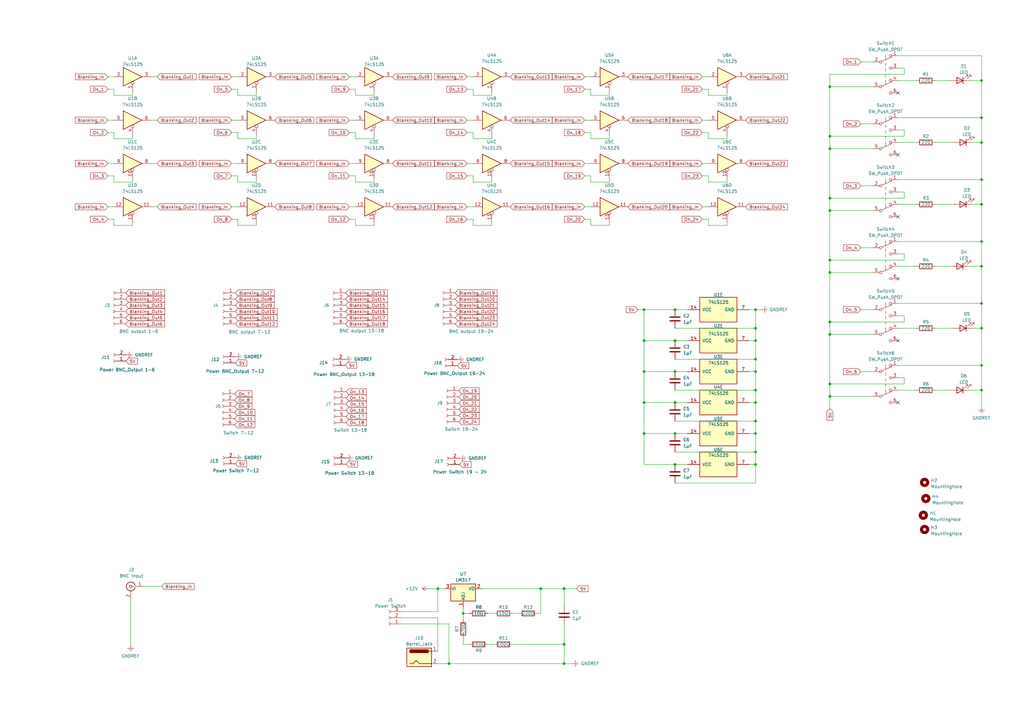
<source format=kicad_sch>
(kicad_sch (version 20230121) (generator eeschema)
  (paper "A3")
  (junction (at 231.394 241.427))
  (junction (at 276.86 127))
  (junction (at 340.36 60.96))
  (junction (at 402.59 134.62))
  (junction (at 340.36 86.36))
  (junction (at 231.394 272.161))
  (junction (at 309.88 172.72))
  (junction (at 402.59 58.42))
  (junction (at 264.16 139.7))
  (junction (at 264.16 152.4))
  (junction (at 309.88 177.8))
  (junction (at 309.88 165.1))
  (junction (at 309.88 190.5))
  (junction (at 402.59 149.86))
  (junction (at 276.86 165.1))
  (junction (at 264.16 165.1))
  (junction (at 264.16 127))
  (junction (at 402.59 48.26))
  (junction (at 264.16 177.8))
  (junction (at 340.36 81.28))
  (junction (at 340.36 162.56))
  (junction (at 221.742 241.427))
  (junction (at 402.59 109.22))
  (junction (at 231.394 264.287))
  (junction (at 340.36 157.48))
  (junction (at 340.36 111.76))
  (junction (at 276.86 152.4))
  (junction (at 402.59 160.02))
  (junction (at 276.86 177.8))
  (junction (at 402.59 33.02))
  (junction (at 340.36 137.16))
  (junction (at 276.86 139.7))
  (junction (at 340.36 35.56))
  (junction (at 309.88 147.32))
  (junction (at 309.88 127))
  (junction (at 189.992 251.587))
  (junction (at 309.88 185.42))
  (junction (at 184.15 272.161))
  (junction (at 402.59 124.46))
  (junction (at 309.88 152.4))
  (junction (at 309.88 160.02))
  (junction (at 276.86 190.5))
  (junction (at 402.59 99.06))
  (junction (at 402.59 83.82))
  (junction (at 179.578 241.427))
  (junction (at 340.36 106.68))
  (junction (at 309.88 134.62))
  (junction (at 340.36 132.08))
  (junction (at 309.88 139.7))
  (junction (at 402.59 73.66))
  (junction (at 340.36 55.88))
  (no_connect (at 368.3 139.7))
  (no_connect (at 368.3 114.3))
  (no_connect (at 368.3 63.5))
  (no_connect (at 368.3 38.1))
  (no_connect (at 368.3 165.1))
  (no_connect (at 368.3 88.9))
  (wire (pts (xy 383.54 58.42) (xy 391.16 58.42)))
  (wire (pts (xy 54.356 37.846) (xy 54.356 39.116)))
  (wire (pts (xy 309.88 160.02) (xy 309.88 165.1)))
  (wire (pts (xy 239.776 67.056) (xy 242.316 67.056)))
  (wire (pts (xy 340.36 35.56) (xy 340.36 55.88)))
  (wire (pts (xy 175.768 241.427) (xy 179.578 241.427)))
  (wire (pts (xy 340.36 81.28) (xy 340.36 86.36)))
  (wire (pts (xy 97.536 89.916) (xy 97.536 92.456)))
  (wire (pts (xy 94.996 84.836) (xy 97.536 84.836)))
  (wire (pts (xy 242.316 92.456) (xy 249.936 92.456)))
  (wire (pts (xy 239.776 49.276) (xy 242.316 49.276)))
  (wire (pts (xy 249.936 39.116) (xy 249.936 37.846)))
  (wire (pts (xy 290.576 72.136) (xy 290.576 74.676)))
  (wire (pts (xy 94.996 67.056) (xy 97.536 67.056)))
  (wire (pts (xy 239.776 31.496) (xy 242.316 31.496)))
  (wire (pts (xy 368.3 22.86) (xy 402.59 22.86)))
  (wire (pts (xy 145.796 74.676) (xy 153.416 74.676)))
  (wire (pts (xy 402.59 33.02) (xy 402.59 48.26)))
  (wire (pts (xy 231.394 256.159) (xy 231.394 264.287)))
  (wire (pts (xy 201.676 56.896) (xy 201.676 55.626)))
  (wire (pts (xy 44.196 54.356) (xy 46.736 54.356)))
  (wire (pts (xy 194.056 56.896) (xy 201.676 56.896)))
  (wire (pts (xy 61.976 31.496) (xy 64.516 31.496)))
  (wire (pts (xy 402.59 83.82) (xy 402.59 99.06)))
  (wire (pts (xy 44.196 89.916) (xy 46.736 89.916)))
  (wire (pts (xy 264.16 139.7) (xy 264.16 127)))
  (wire (pts (xy 179.578 253.365) (xy 179.578 267.081)))
  (wire (pts (xy 94.996 54.356) (xy 97.536 54.356)))
  (wire (pts (xy 189.992 251.587) (xy 192.532 251.587)))
  (wire (pts (xy 191.516 89.916) (xy 194.056 89.916)))
  (wire (pts (xy 353.06 25.4) (xy 358.14 25.4)))
  (wire (pts (xy 370.84 81.28) (xy 340.36 81.28)))
  (wire (pts (xy 220.472 251.587) (xy 221.742 251.587)))
  (wire (pts (xy 44.196 84.836) (xy 46.736 84.836)))
  (wire (pts (xy 402.59 73.66) (xy 402.59 83.82)))
  (wire (pts (xy 398.78 58.42) (xy 402.59 58.42)))
  (wire (pts (xy 309.88 152.4) (xy 309.88 160.02)))
  (wire (pts (xy 191.516 84.836) (xy 194.056 84.836)))
  (wire (pts (xy 242.316 89.916) (xy 242.316 92.456)))
  (wire (pts (xy 231.394 272.161) (xy 234.696 272.161)))
  (wire (pts (xy 179.578 241.427) (xy 182.372 241.427)))
  (wire (pts (xy 309.88 185.42) (xy 309.88 190.5)))
  (wire (pts (xy 353.06 101.6) (xy 358.14 101.6)))
  (wire (pts (xy 189.992 264.287) (xy 189.992 261.747)))
  (wire (pts (xy 288.036 36.576) (xy 290.576 36.576)))
  (wire (pts (xy 276.86 165.1) (xy 281.94 165.1)))
  (wire (pts (xy 153.416 39.116) (xy 153.416 37.846)))
  (wire (pts (xy 397.51 109.22) (xy 402.59 109.22)))
  (wire (pts (xy 370.84 30.48) (xy 340.36 30.48)))
  (wire (pts (xy 261.62 127) (xy 264.16 127)))
  (wire (pts (xy 97.536 92.456) (xy 105.156 92.456)))
  (wire (pts (xy 179.578 272.161) (xy 184.15 272.161)))
  (wire (pts (xy 383.54 109.22) (xy 389.89 109.22)))
  (wire (pts (xy 94.996 89.916) (xy 97.536 89.916)))
  (wire (pts (xy 242.316 74.676) (xy 249.936 74.676)))
  (wire (pts (xy 368.3 129.54) (xy 370.84 129.54)))
  (wire (pts (xy 200.152 264.287) (xy 202.692 264.287)))
  (wire (pts (xy 383.54 160.02) (xy 389.89 160.02)))
  (wire (pts (xy 276.86 160.02) (xy 309.88 160.02)))
  (wire (pts (xy 340.36 55.88) (xy 340.36 60.96)))
  (wire (pts (xy 281.94 139.7) (xy 276.86 139.7)))
  (wire (pts (xy 276.86 134.62) (xy 309.88 134.62)))
  (wire (pts (xy 61.976 84.836) (xy 64.516 84.836)))
  (wire (pts (xy 143.256 67.056) (xy 145.796 67.056)))
  (wire (pts (xy 368.3 99.06) (xy 402.59 99.06)))
  (wire (pts (xy 231.394 241.427) (xy 236.474 241.427)))
  (wire (pts (xy 402.59 109.22) (xy 402.59 124.46)))
  (wire (pts (xy 281.94 127) (xy 276.86 127)))
  (wire (pts (xy 397.51 33.02) (xy 402.59 33.02)))
  (wire (pts (xy 309.88 198.12) (xy 309.88 190.5)))
  (wire (pts (xy 191.516 36.576) (xy 194.056 36.576)))
  (wire (pts (xy 54.356 91.186) (xy 54.356 92.456)))
  (wire (pts (xy 307.34 177.8) (xy 309.88 177.8)))
  (wire (pts (xy 368.3 109.22) (xy 375.92 109.22)))
  (wire (pts (xy 402.59 99.06) (xy 402.59 109.22)))
  (wire (pts (xy 61.976 49.276) (xy 64.516 49.276)))
  (wire (pts (xy 164.592 250.825) (xy 179.578 250.825)))
  (wire (pts (xy 288.036 31.496) (xy 290.576 31.496)))
  (wire (pts (xy 249.936 74.676) (xy 249.936 73.406)))
  (wire (pts (xy 340.36 60.96) (xy 340.36 81.28)))
  (wire (pts (xy 340.36 162.56) (xy 358.14 162.56)))
  (wire (pts (xy 309.88 172.72) (xy 309.88 177.8)))
  (wire (pts (xy 197.612 241.427) (xy 221.742 241.427)))
  (wire (pts (xy 290.576 56.896) (xy 298.196 56.896)))
  (wire (pts (xy 402.59 134.62) (xy 402.59 149.86)))
  (wire (pts (xy 44.196 67.056) (xy 46.736 67.056)))
  (wire (pts (xy 288.036 72.136) (xy 290.576 72.136)))
  (wire (pts (xy 370.84 154.94) (xy 370.84 157.48)))
  (wire (pts (xy 191.516 67.056) (xy 194.056 67.056)))
  (wire (pts (xy 370.84 55.88) (xy 340.36 55.88)))
  (wire (pts (xy 402.59 22.86) (xy 402.59 33.02)))
  (wire (pts (xy 97.536 36.576) (xy 97.536 39.116)))
  (wire (pts (xy 368.3 104.14) (xy 370.84 104.14)))
  (wire (pts (xy 353.06 127) (xy 358.14 127)))
  (wire (pts (xy 340.36 111.76) (xy 358.14 111.76)))
  (wire (pts (xy 194.056 72.136) (xy 194.056 74.676)))
  (wire (pts (xy 194.056 39.116) (xy 201.676 39.116)))
  (wire (pts (xy 398.78 134.62) (xy 402.59 134.62)))
  (wire (pts (xy 309.88 165.1) (xy 309.88 172.72)))
  (wire (pts (xy 145.796 72.136) (xy 145.796 74.676)))
  (wire (pts (xy 276.86 198.12) (xy 309.88 198.12)))
  (wire (pts (xy 145.796 54.356) (xy 145.796 56.896)))
  (wire (pts (xy 201.676 39.116) (xy 201.676 37.846)))
  (wire (pts (xy 276.86 177.8) (xy 281.94 177.8)))
  (wire (pts (xy 194.056 36.576) (xy 194.056 39.116)))
  (wire (pts (xy 398.78 83.82) (xy 402.59 83.82)))
  (wire (pts (xy 309.88 147.32) (xy 309.88 152.4)))
  (wire (pts (xy 54.356 56.896) (xy 46.736 56.896)))
  (wire (pts (xy 143.256 49.276) (xy 145.796 49.276)))
  (wire (pts (xy 184.15 255.905) (xy 184.15 272.161)))
  (wire (pts (xy 46.736 72.136) (xy 46.736 74.676)))
  (wire (pts (xy 143.256 89.916) (xy 145.796 89.916)))
  (wire (pts (xy 309.88 190.5) (xy 307.34 190.5)))
  (wire (pts (xy 340.36 60.96) (xy 358.14 60.96)))
  (wire (pts (xy 370.84 78.74) (xy 370.84 81.28)))
  (wire (pts (xy 179.578 241.427) (xy 179.578 250.825)))
  (wire (pts (xy 44.196 49.276) (xy 46.736 49.276)))
  (wire (pts (xy 221.742 241.427) (xy 231.394 241.427)))
  (wire (pts (xy 239.776 89.916) (xy 242.316 89.916)))
  (wire (pts (xy 340.36 157.48) (xy 340.36 162.56)))
  (wire (pts (xy 402.59 149.86) (xy 402.59 160.02)))
  (wire (pts (xy 97.536 72.136) (xy 97.536 74.676)))
  (wire (pts (xy 383.54 134.62) (xy 391.16 134.62)))
  (wire (pts (xy 97.536 39.116) (xy 105.156 39.116)))
  (wire (pts (xy 340.36 86.36) (xy 358.14 86.36)))
  (wire (pts (xy 249.936 92.456) (xy 249.936 91.186)))
  (wire (pts (xy 383.54 33.02) (xy 389.89 33.02)))
  (wire (pts (xy 143.256 31.496) (xy 145.796 31.496)))
  (wire (pts (xy 46.736 54.356) (xy 46.736 56.896)))
  (wire (pts (xy 194.056 54.356) (xy 194.056 56.896)))
  (wire (pts (xy 264.16 165.1) (xy 264.16 177.8)))
  (wire (pts (xy 402.59 58.42) (xy 402.59 73.66)))
  (wire (pts (xy 44.196 36.576) (xy 46.736 36.576)))
  (wire (pts (xy 370.84 132.08) (xy 340.36 132.08)))
  (wire (pts (xy 105.156 74.676) (xy 105.156 73.406)))
  (wire (pts (xy 307.34 152.4) (xy 309.88 152.4)))
  (wire (pts (xy 94.996 72.136) (xy 97.536 72.136)))
  (wire (pts (xy 298.196 39.116) (xy 298.196 37.846)))
  (wire (pts (xy 61.976 67.056) (xy 64.516 67.056)))
  (wire (pts (xy 370.84 157.48) (xy 340.36 157.48)))
  (wire (pts (xy 153.416 74.676) (xy 153.416 73.406)))
  (wire (pts (xy 368.3 73.66) (xy 402.59 73.66)))
  (wire (pts (xy 290.576 36.576) (xy 290.576 39.116)))
  (wire (pts (xy 153.416 92.456) (xy 153.416 91.186)))
  (wire (pts (xy 309.88 177.8) (xy 309.88 185.42)))
  (wire (pts (xy 309.88 134.62) (xy 309.88 139.7)))
  (wire (pts (xy 189.992 264.287) (xy 192.532 264.287)))
  (wire (pts (xy 298.196 92.456) (xy 298.196 91.186)))
  (wire (pts (xy 264.16 152.4) (xy 264.16 165.1)))
  (wire (pts (xy 309.88 139.7) (xy 309.88 147.32)))
  (wire (pts (xy 402.59 160.02) (xy 402.59 167.005)))
  (wire (pts (xy 191.516 49.276) (xy 194.056 49.276)))
  (wire (pts (xy 368.3 48.26) (xy 402.59 48.26)))
  (wire (pts (xy 210.312 264.287) (xy 231.394 264.287)))
  (wire (pts (xy 105.156 39.116) (xy 105.156 37.846)))
  (wire (pts (xy 239.776 36.576) (xy 242.316 36.576)))
  (wire (pts (xy 94.996 49.276) (xy 97.536 49.276)))
  (wire (pts (xy 264.16 177.8) (xy 264.16 190.5)))
  (wire (pts (xy 239.776 84.836) (xy 242.316 84.836)))
  (wire (pts (xy 288.036 67.056) (xy 290.576 67.056)))
  (wire (pts (xy 94.996 36.576) (xy 97.536 36.576)))
  (wire (pts (xy 353.06 76.2) (xy 358.14 76.2)))
  (wire (pts (xy 164.592 253.365) (xy 179.578 253.365)))
  (wire (pts (xy 231.394 241.427) (xy 231.394 248.539)))
  (wire (pts (xy 307.34 127) (xy 309.88 127)))
  (wire (pts (xy 264.16 139.7) (xy 264.16 152.4)))
  (wire (pts (xy 97.536 56.896) (xy 105.156 56.896)))
  (wire (pts (xy 340.36 106.68) (xy 340.36 111.76)))
  (wire (pts (xy 288.036 49.276) (xy 290.576 49.276)))
  (wire (pts (xy 276.86 190.5) (xy 281.94 190.5)))
  (wire (pts (xy 242.316 36.576) (xy 242.316 39.116)))
  (wire (pts (xy 370.84 129.54) (xy 370.84 132.08)))
  (wire (pts (xy 276.86 147.32) (xy 309.88 147.32)))
  (wire (pts (xy 145.796 56.896) (xy 153.416 56.896)))
  (wire (pts (xy 239.776 72.136) (xy 242.316 72.136)))
  (wire (pts (xy 298.196 56.896) (xy 298.196 55.626)))
  (wire (pts (xy 340.36 137.16) (xy 340.36 157.48)))
  (wire (pts (xy 46.736 89.916) (xy 46.736 92.456)))
  (wire (pts (xy 309.88 127) (xy 312.42 127)))
  (wire (pts (xy 368.3 83.82) (xy 375.92 83.82)))
  (wire (pts (xy 290.576 74.676) (xy 298.196 74.676)))
  (wire (pts (xy 53.594 245.618) (xy 53.594 264.668)))
  (wire (pts (xy 370.84 53.34) (xy 370.84 55.88)))
  (wire (pts (xy 309.88 127) (xy 309.88 134.62)))
  (wire (pts (xy 164.592 255.905) (xy 184.15 255.905)))
  (wire (pts (xy 340.36 30.48) (xy 340.36 35.56)))
  (wire (pts (xy 402.59 48.26) (xy 402.59 58.42)))
  (wire (pts (xy 145.796 92.456) (xy 153.416 92.456)))
  (wire (pts (xy 143.256 54.356) (xy 145.796 54.356)))
  (wire (pts (xy 288.036 84.836) (xy 290.576 84.836)))
  (wire (pts (xy 191.516 54.356) (xy 194.056 54.356)))
  (wire (pts (xy 54.356 55.626) (xy 54.356 56.896)))
  (wire (pts (xy 210.312 251.587) (xy 212.852 251.587)))
  (wire (pts (xy 221.742 241.427) (xy 221.742 251.587)))
  (wire (pts (xy 370.84 106.68) (xy 340.36 106.68)))
  (wire (pts (xy 276.86 185.42) (xy 309.88 185.42)))
  (wire (pts (xy 191.516 31.496) (xy 194.056 31.496)))
  (wire (pts (xy 276.86 172.72) (xy 309.88 172.72)))
  (wire (pts (xy 143.256 72.136) (xy 145.796 72.136)))
  (wire (pts (xy 249.936 56.896) (xy 249.936 55.626)))
  (wire (pts (xy 368.3 58.42) (xy 375.92 58.42)))
  (wire (pts (xy 44.196 31.496) (xy 46.736 31.496)))
  (wire (pts (xy 288.036 89.916) (xy 290.576 89.916)))
  (wire (pts (xy 340.36 132.08) (xy 340.36 137.16)))
  (wire (pts (xy 264.16 165.1) (xy 276.86 165.1)))
  (wire (pts (xy 58.674 240.538) (xy 66.294 240.538)))
  (wire (pts (xy 239.776 54.356) (xy 242.316 54.356)))
  (wire (pts (xy 264.16 177.8) (xy 276.86 177.8)))
  (wire (pts (xy 143.256 84.836) (xy 145.796 84.836)))
  (wire (pts (xy 298.196 74.676) (xy 298.196 73.406)))
  (wire (pts (xy 383.54 83.82) (xy 391.16 83.82)))
  (wire (pts (xy 189.992 249.047) (xy 189.992 251.587)))
  (wire (pts (xy 97.536 74.676) (xy 105.156 74.676)))
  (wire (pts (xy 242.316 39.116) (xy 249.936 39.116)))
  (wire (pts (xy 290.576 92.456) (xy 298.196 92.456)))
  (wire (pts (xy 370.84 27.94) (xy 370.84 30.48)))
  (wire (pts (xy 54.356 39.116) (xy 46.736 39.116)))
  (wire (pts (xy 194.056 92.456) (xy 201.676 92.456)))
  (wire (pts (xy 242.316 54.356) (xy 242.316 56.896)))
  (wire (pts (xy 358.14 35.56) (xy 340.36 35.56)))
  (wire (pts (xy 290.576 89.916) (xy 290.576 92.456)))
  (wire (pts (xy 153.416 56.896) (xy 153.416 55.626)))
  (wire (pts (xy 143.256 36.576) (xy 145.796 36.576)))
  (wire (pts (xy 242.316 56.896) (xy 249.936 56.896)))
  (wire (pts (xy 276.86 139.7) (xy 264.16 139.7)))
  (wire (pts (xy 54.356 74.676) (xy 46.736 74.676)))
  (wire (pts (xy 201.676 74.676) (xy 201.676 73.406)))
  (wire (pts (xy 307.34 165.1) (xy 309.88 165.1)))
  (wire (pts (xy 368.3 154.94) (xy 370.84 154.94)))
  (wire (pts (xy 46.736 36.576) (xy 46.736 39.116)))
  (wire (pts (xy 368.3 33.02) (xy 375.92 33.02)))
  (wire (pts (xy 307.34 139.7) (xy 309.88 139.7)))
  (wire (pts (xy 94.996 31.496) (xy 97.536 31.496)))
  (wire (pts (xy 194.056 74.676) (xy 201.676 74.676)))
  (wire (pts (xy 368.3 160.02) (xy 375.92 160.02)))
  (wire (pts (xy 242.316 72.136) (xy 242.316 74.676)))
  (wire (pts (xy 276.86 127) (xy 264.16 127)))
  (wire (pts (xy 370.84 104.14) (xy 370.84 106.68)))
  (wire (pts (xy 368.3 134.62) (xy 375.92 134.62)))
  (wire (pts (xy 353.06 152.4) (xy 358.14 152.4)))
  (wire (pts (xy 54.356 73.406) (xy 54.356 74.676)))
  (wire (pts (xy 353.06 50.8) (xy 358.14 50.8)))
  (wire (pts (xy 288.036 54.356) (xy 290.576 54.356)))
  (wire (pts (xy 184.15 272.161) (xy 231.394 272.161)))
  (wire (pts (xy 340.36 162.56) (xy 340.36 167.64)))
  (wire (pts (xy 290.576 54.356) (xy 290.576 56.896)))
  (wire (pts (xy 191.516 72.136) (xy 194.056 72.136)))
  (wire (pts (xy 44.196 72.136) (xy 46.736 72.136)))
  (wire (pts (xy 194.056 89.916) (xy 194.056 92.456)))
  (wire (pts (xy 264.16 190.5) (xy 276.86 190.5)))
  (wire (pts (xy 340.36 86.36) (xy 340.36 106.68)))
  (wire (pts (xy 368.3 149.86) (xy 402.59 149.86)))
  (wire (pts (xy 276.86 152.4) (xy 281.94 152.4)))
  (wire (pts (xy 231.394 264.287) (xy 231.394 272.161)))
  (wire (pts (xy 97.536 54.356) (xy 97.536 56.896)))
  (wire (pts (xy 368.3 78.74) (xy 370.84 78.74)))
  (wire (pts (xy 201.676 92.456) (xy 201.676 91.186)))
  (wire (pts (xy 105.156 56.896) (xy 105.156 55.626)))
  (wire (pts (xy 397.51 160.02) (xy 402.59 160.02)))
  (wire (pts (xy 368.3 124.46) (xy 402.59 124.46)))
  (wire (pts (xy 340.36 111.76) (xy 340.36 132.08)))
  (wire (pts (xy 264.16 152.4) (xy 276.86 152.4)))
  (wire (pts (xy 368.3 27.94) (xy 370.84 27.94)))
  (wire (pts (xy 46.736 92.456) (xy 54.356 92.456)))
  (wire (pts (xy 200.152 251.587) (xy 202.692 251.587)))
  (wire (pts (xy 145.796 39.116) (xy 153.416 39.116)))
  (wire (pts (xy 145.796 89.916) (xy 145.796 92.456)))
  (wire (pts (xy 105.156 92.456) (xy 105.156 91.186)))
  (wire (pts (xy 290.576 39.116) (xy 298.196 39.116)))
  (wire (pts (xy 189.992 254.127) (xy 189.992 251.587)))
  (wire (pts (xy 368.3 53.34) (xy 370.84 53.34)))
  (wire (pts (xy 340.36 137.16) (xy 358.14 137.16)))
  (wire (pts (xy 145.796 36.576) (xy 145.796 39.116)))
  (wire (pts (xy 402.59 124.46) (xy 402.59 134.62)))
  (global_label "Blanking_In" (shape input) (at 288.036 49.276 180) (property "Intersheetrefs" "${INTERSHEET_REFS}" (effects hide)))
  (global_label "Blanking_In" (shape input) (at 239.776 31.496 180) (property "Intersheetrefs" "${INTERSHEET_REFS}" (effects hide)))
  (global_label "5V" (shape input) (at 236.474 241.427 0) (property "Intersheetrefs" "${INTERSHEET_REFS}" (effects hide)))
  (global_label "On_22" (shape input) (at 188.214 167.894 0) (property "Intersheetrefs" "${INTERSHEET_REFS}" (effects hide)))
  (global_label "5V" (shape input) (at 96.52 148.844 0) (property "Intersheetrefs" "${INTERSHEET_REFS}" (effects hide)))
  (global_label "Blanking_Out19" (shape input) (at 186.69 120.142 0) (property "Intersheetrefs" "${INTERSHEET_REFS}" (effects hide)))
  (global_label "Blanking_Out6" (shape input) (at 112.776 49.276 0) (property "Intersheetrefs" "${INTERSHEET_REFS}" (effects hide)))
  (global_label "5V" (shape input) (at 141.986 190.373 0) (property "Intersheetrefs" "${INTERSHEET_REFS}" (effects hide)))
  (global_label "Blanking_Out1" (shape input) (at 51.562 120.142 0) (property "Intersheetrefs" "${INTERSHEET_REFS}" (effects hide)))
  (global_label "Blanking_Out4" (shape input) (at 51.562 127.762 0) (property "Intersheetrefs" "${INTERSHEET_REFS}" (effects hide)))
  (global_label "5V" (shape input) (at 187.579 149.987 0) (property "Intersheetrefs" "${INTERSHEET_REFS}" (effects hide)))
  (global_label "On_22" (shape input) (at 288.036 54.356 180) (property "Intersheetrefs" "${INTERSHEET_REFS}" (effects hide)))
  (global_label "On_23" (shape input) (at 188.214 170.434 0) (property "Intersheetrefs" "${INTERSHEET_REFS}" (effects hide)))
  (global_label "On_18" (shape input) (at 239.776 54.356 180) (property "Intersheetrefs" "${INTERSHEET_REFS}" (effects hide)))
  (global_label "Blanking_Out20" (shape input) (at 257.556 84.836 0) (property "Intersheetrefs" "${INTERSHEET_REFS}" (effects hide)))
  (global_label "On_2" (shape input) (at 353.06 50.8 180) (property "Intersheetrefs" "${INTERSHEET_REFS}" (effects hide)))
  (global_label "Blanking_Out20" (shape input) (at 186.69 122.682 0) (property "Intersheetrefs" "${INTERSHEET_REFS}" (effects hide)))
  (global_label "On_16" (shape input) (at 141.986 168.275 0) (property "Intersheetrefs" "${INTERSHEET_REFS}" (effects hide)))
  (global_label "Blanking_Out3" (shape input) (at 51.562 125.222 0) (property "Intersheetrefs" "${INTERSHEET_REFS}" (effects hide)))
  (global_label "5V" (shape input) (at 340.36 167.64 270) (property "Intersheetrefs" "${INTERSHEET_REFS}" (effects hide)))
  (global_label "Blanking_Out18" (shape input) (at 257.556 49.276 0) (property "Intersheetrefs" "${INTERSHEET_REFS}" (effects hide)))
  (global_label "Blanking_Out22" (shape input) (at 305.816 49.276 0) (property "Intersheetrefs" "${INTERSHEET_REFS}" (effects hide)))
  (global_label "Blanking_In" (shape input) (at 191.516 31.496 180) (property "Intersheetrefs" "${INTERSHEET_REFS}" (effects hide)))
  (global_label "On_10" (shape input) (at 143.256 54.356 180) (property "Intersheetrefs" "${INTERSHEET_REFS}" (effects hide)))
  (global_label "Blanking_Out16" (shape input) (at 209.296 84.836 0) (property "Intersheetrefs" "${INTERSHEET_REFS}" (effects hide)))
  (global_label "Blanking_In" (shape input) (at 239.776 84.836 180) (property "Intersheetrefs" "${INTERSHEET_REFS}" (effects hide)))
  (global_label "Blanking_Out12" (shape input) (at 96.52 132.842 0) (property "Intersheetrefs" "${INTERSHEET_REFS}" (effects hide)))
  (global_label "On_10" (shape input) (at 96.266 169.164 0) (property "Intersheetrefs" "${INTERSHEET_REFS}" (effects hide)))
  (global_label "On_20" (shape input) (at 239.776 89.916 180) (property "Intersheetrefs" "${INTERSHEET_REFS}" (effects hide)))
  (global_label "Blanking_Out16" (shape input) (at 141.732 127.762 0) (property "Intersheetrefs" "${INTERSHEET_REFS}" (effects hide)))
  (global_label "Blanking_In" (shape input) (at 94.996 67.056 180) (property "Intersheetrefs" "${INTERSHEET_REFS}" (effects hide)))
  (global_label "Blanking_Out1" (shape input) (at 64.516 31.496 0) (property "Intersheetrefs" "${INTERSHEET_REFS}" (effects hide)))
  (global_label "5V" (shape input) (at 141.605 149.86 0) (property "Intersheetrefs" "${INTERSHEET_REFS}" (effects hide)))
  (global_label "Blanking_In" (shape input) (at 44.196 49.276 180) (property "Intersheetrefs" "${INTERSHEET_REFS}" (effects hide)))
  (global_label "On_7" (shape input) (at 96.266 161.544 0) (property "Intersheetrefs" "${INTERSHEET_REFS}" (effects hide)))
  (global_label "On_6" (shape input) (at 353.06 152.4 180) (property "Intersheetrefs" "${INTERSHEET_REFS}" (effects hide)))
  (global_label "Blanking_Out10" (shape input) (at 161.036 49.276 0) (property "Intersheetrefs" "${INTERSHEET_REFS}" (effects hide)))
  (global_label "On_15" (shape input) (at 191.516 72.136 180) (property "Intersheetrefs" "${INTERSHEET_REFS}" (effects hide)))
  (global_label "5V" (shape input) (at 261.62 127 180) (property "Intersheetrefs" "${INTERSHEET_REFS}" (effects hide)))
  (global_label "On_12" (shape input) (at 96.266 174.244 0) (property "Intersheetrefs" "${INTERSHEET_REFS}" (effects hide)))
  (global_label "Blanking_Out13" (shape input) (at 209.296 31.496 0) (property "Intersheetrefs" "${INTERSHEET_REFS}" (effects hide)))
  (global_label "Blanking_Out14" (shape input) (at 141.732 122.682 0) (property "Intersheetrefs" "${INTERSHEET_REFS}" (effects hide)))
  (global_label "Blanking_Out9" (shape input) (at 96.52 125.222 0) (property "Intersheetrefs" "${INTERSHEET_REFS}" (effects hide)))
  (global_label "Blanking_Out15" (shape input) (at 209.296 67.056 0) (property "Intersheetrefs" "${INTERSHEET_REFS}" (effects hide)))
  (global_label "Blanking_In" (shape input) (at 94.996 49.276 180) (property "Intersheetrefs" "${INTERSHEET_REFS}" (effects hide)))
  (global_label "On_9" (shape input) (at 143.256 36.576 180) (property "Intersheetrefs" "${INTERSHEET_REFS}" (effects hide)))
  (global_label "On_11" (shape input) (at 96.266 171.704 0) (property "Intersheetrefs" "${INTERSHEET_REFS}" (effects hide)))
  (global_label "Blanking_In" (shape input) (at 288.036 84.836 180) (property "Intersheetrefs" "${INTERSHEET_REFS}" (effects hide)))
  (global_label "On_20" (shape input) (at 188.214 162.814 0) (property "Intersheetrefs" "${INTERSHEET_REFS}" (effects hide)))
  (global_label "On_1" (shape input) (at 44.196 36.576 180) (property "Intersheetrefs" "${INTERSHEET_REFS}" (effects hide)))
  (global_label "Blanking_Out12" (shape input) (at 161.036 84.836 0) (property "Intersheetrefs" "${INTERSHEET_REFS}" (effects hide)))
  (global_label "Blanking_In" (shape input) (at 191.516 84.836 180) (property "Intersheetrefs" "${INTERSHEET_REFS}" (effects hide)))
  (global_label "Blanking_Out23" (shape input) (at 186.69 130.302 0) (property "Intersheetrefs" "${INTERSHEET_REFS}" (effects hide)))
  (global_label "On_2" (shape input) (at 44.196 54.356 180) (property "Intersheetrefs" "${INTERSHEET_REFS}" (effects hide)))
  (global_label "On_11" (shape input) (at 143.256 72.136 180) (property "Intersheetrefs" "${INTERSHEET_REFS}" (effects hide)))
  (global_label "On_5" (shape input) (at 353.06 127 180) (property "Intersheetrefs" "${INTERSHEET_REFS}" (effects hide)))
  (global_label "Blanking_Out4" (shape input) (at 64.516 84.836 0) (property "Intersheetrefs" "${INTERSHEET_REFS}" (effects hide)))
  (global_label "On_19" (shape input) (at 188.214 160.274 0) (property "Intersheetrefs" "${INTERSHEET_REFS}" (effects hide)))
  (global_label "Blanking_In" (shape input) (at 44.196 67.056 180) (property "Intersheetrefs" "${INTERSHEET_REFS}" (effects hide)))
  (global_label "Blanking_Out15" (shape input) (at 141.732 125.222 0) (property "Intersheetrefs" "${INTERSHEET_REFS}" (effects hide)))
  (global_label "Blanking_Out6" (shape input) (at 51.562 132.842 0) (property "Intersheetrefs" "${INTERSHEET_REFS}" (effects hide)))
  (global_label "Blanking_Out11" (shape input) (at 96.52 130.302 0) (property "Intersheetrefs" "${INTERSHEET_REFS}" (effects hide)))
  (global_label "Blanking_Out17" (shape input) (at 257.556 31.496 0) (property "Intersheetrefs" "${INTERSHEET_REFS}" (effects hide)))
  (global_label "On_4" (shape input) (at 44.196 89.916 180) (property "Intersheetrefs" "${INTERSHEET_REFS}" (effects hide)))
  (global_label "Blanking_In" (shape input) (at 191.516 49.276 180) (property "Intersheetrefs" "${INTERSHEET_REFS}" (effects hide)))
  (global_label "Blanking_In" (shape input) (at 288.036 31.496 180) (property "Intersheetrefs" "${INTERSHEET_REFS}" (effects hide)))
  (global_label "Blanking_Out14" (shape input) (at 209.296 49.276 0) (property "Intersheetrefs" "${INTERSHEET_REFS}" (effects hide)))
  (global_label "Blanking_Out19" (shape input) (at 257.556 67.056 0) (property "Intersheetrefs" "${INTERSHEET_REFS}" (effects hide)))
  (global_label "On_21" (shape input) (at 288.036 36.576 180) (property "Intersheetrefs" "${INTERSHEET_REFS}" (effects hide)))
  (global_label "Blanking_Out9" (shape input) (at 161.036 31.496 0) (property "Intersheetrefs" "${INTERSHEET_REFS}" (effects hide)))
  (global_label "Blanking_Out11" (shape input) (at 161.036 67.056 0) (property "Intersheetrefs" "${INTERSHEET_REFS}" (effects hide)))
  (global_label "Blanking_In" (shape input) (at 191.516 67.056 180) (property "Intersheetrefs" "${INTERSHEET_REFS}" (effects hide)))
  (global_label "Blanking_Out24" (shape input) (at 305.816 84.836 0) (property "Intersheetrefs" "${INTERSHEET_REFS}" (effects hide)))
  (global_label "Blanking_Out23" (shape input) (at 305.816 67.056 0) (property "Intersheetrefs" "${INTERSHEET_REFS}" (effects hide)))
  (global_label "On_24" (shape input) (at 288.036 89.916 180) (property "Intersheetrefs" "${INTERSHEET_REFS}" (effects hide)))
  (global_label "On_1" (shape input) (at 353.06 25.4 180) (property "Intersheetrefs" "${INTERSHEET_REFS}" (effects hide)))
  (global_label "On_8" (shape input) (at 94.996 89.916 180) (property "Intersheetrefs" "${INTERSHEET_REFS}" (effects hide)))
  (global_label "Blanking_Out7" (shape input) (at 112.776 67.056 0) (property "Intersheetrefs" "${INTERSHEET_REFS}" (effects hide)))
  (global_label "Blanking_Out3" (shape input) (at 64.516 67.056 0) (property "Intersheetrefs" "${INTERSHEET_REFS}" (effects hide)))
  (global_label "Blanking_In" (shape input) (at 44.196 31.496 180) (property "Intersheetrefs" "${INTERSHEET_REFS}" (effects hide)))
  (global_label "Blanking_Out8" (shape input) (at 112.776 84.836 0) (property "Intersheetrefs" "${INTERSHEET_REFS}" (effects hide)))
  (global_label "Blanking_In" (shape input) (at 143.256 31.496 180) (property "Intersheetrefs" "${INTERSHEET_REFS}" (effects hide)))
  (global_label "On_17" (shape input) (at 141.986 170.815 0) (property "Intersheetrefs" "${INTERSHEET_REFS}" (effects hide)))
  (global_label "On_12" (shape input) (at 143.256 89.916 180) (property "Intersheetrefs" "${INTERSHEET_REFS}" (effects hide)))
  (global_label "On_3" (shape input) (at 44.196 72.136 180) (property "Intersheetrefs" "${INTERSHEET_REFS}" (effects hide)))
  (global_label "Blanking_In" (shape input) (at 66.294 240.538 0) (property "Intersheetrefs" "${INTERSHEET_REFS}" (effects hide)))
  (global_label "Blanking_Out24" (shape input) (at 186.69 132.842 0) (property "Intersheetrefs" "${INTERSHEET_REFS}" (effects hide)))
  (global_label "Blanking_Out18" (shape input) (at 141.732 132.842 0) (property "Intersheetrefs" "${INTERSHEET_REFS}" (effects hide)))
  (global_label "Blanking_Out8" (shape input) (at 96.52 122.682 0) (property "Intersheetrefs" "${INTERSHEET_REFS}" (effects hide)))
  (global_label "Blanking_Out2" (shape input) (at 51.562 122.682 0) (property "Intersheetrefs" "${INTERSHEET_REFS}" (effects hide)))
  (global_label "On_21" (shape input) (at 188.214 165.354 0) (property "Intersheetrefs" "${INTERSHEET_REFS}" (effects hide)))
  (global_label "On_16" (shape input) (at 191.516 89.916 180) (property "Intersheetrefs" "${INTERSHEET_REFS}" (effects hide)))
  (global_label "Blanking_Out21" (shape input) (at 305.816 31.496 0) (property "Intersheetrefs" "${INTERSHEET_REFS}" (effects hide)))
  (global_label "On_23" (shape input) (at 288.036 72.136 180) (property "Intersheetrefs" "${INTERSHEET_REFS}" (effects hide)))
  (global_label "Blanking_In" (shape input) (at 44.196 84.836 180) (property "Intersheetrefs" "${INTERSHEET_REFS}" (effects hide)))
  (global_label "On_5" (shape input) (at 94.996 36.576 180) (property "Intersheetrefs" "${INTERSHEET_REFS}" (effects hide)))
  (global_label "On_14" (shape input) (at 191.516 54.356 180) (property "Intersheetrefs" "${INTERSHEET_REFS}" (effects hide)))
  (global_label "On_13" (shape input) (at 191.516 36.576 180) (property "Intersheetrefs" "${INTERSHEET_REFS}" (effects hide)))
  (global_label "Blanking_In" (shape input) (at 94.996 31.496 180) (property "Intersheetrefs" "${INTERSHEET_REFS}" (effects hide)))
  (global_label "5V" (shape input) (at 188.468 190.5 0) (property "Intersheetrefs" "${INTERSHEET_REFS}" (effects hide)))
  (global_label "5V" (shape input) (at 51.689 148.082 0) (property "Intersheetrefs" "${INTERSHEET_REFS}" (effects hide)))
  (global_label "Blanking_Out17" (shape input) (at 141.732 130.302 0) (property "Intersheetrefs" "${INTERSHEET_REFS}" (effects hide)))
  (global_label "Blanking_In" (shape input) (at 143.256 84.836 180) (property "Intersheetrefs" "${INTERSHEET_REFS}" (effects hide)))
  (global_label "On_9" (shape input) (at 96.266 166.624 0) (property "Intersheetrefs" "${INTERSHEET_REFS}" (effects hide)))
  (global_label "Blanking_In" (shape input) (at 94.996 84.836 180) (property "Intersheetrefs" "${INTERSHEET_REFS}" (effects hide)))
  (global_label "Blanking_In" (shape input) (at 143.256 49.276 180) (property "Intersheetrefs" "${INTERSHEET_REFS}" (effects hide)))
  (global_label "On_4" (shape input) (at 353.06 101.6 180) (property "Intersheetrefs" "${INTERSHEET_REFS}" (effects hide)))
  (global_label "Blanking_Out13" (shape input) (at 141.732 120.142 0) (property "Intersheetrefs" "${INTERSHEET_REFS}" (effects hide)))
  (global_label "On_19" (shape input) (at 239.776 72.136 180) (property "Intersheetrefs" "${INTERSHEET_REFS}" (effects hide)))
  (global_label "Blanking_Out5" (shape input) (at 51.562 130.302 0) (property "Intersheetrefs" "${INTERSHEET_REFS}" (effects hide)))
  (global_label "On_6" (shape input) (at 94.996 54.356 180) (property "Intersheetrefs" "${INTERSHEET_REFS}" (effects hide)))
  (global_label "On_8" (shape input) (at 96.266 164.084 0) (property "Intersheetrefs" "${INTERSHEET_REFS}" (effects hide)))
  (global_label "On_14" (shape input) (at 141.986 163.195 0) (property "Intersheetrefs" "${INTERSHEET_REFS}" (effects hide)))
  (global_label "On_17" (shape input) (at 239.776 36.576 180) (property "Intersheetrefs" "${INTERSHEET_REFS}" (effects hide)))
  (global_label "On_3" (shape input) (at 353.06 76.2 180) (property "Intersheetrefs" "${INTERSHEET_REFS}" (effects hide)))
  (global_label "Blanking_Out2" (shape input) (at 64.516 49.276 0) (property "Intersheetrefs" "${INTERSHEET_REFS}" (effects hide)))
  (global_label "On_7" (shape input) (at 94.996 72.136 180) (property "Intersheetrefs" "${INTERSHEET_REFS}" (effects hide)))
  (global_label "Blanking_Out22" (shape input) (at 186.69 127.762 0) (property "Intersheetrefs" "${INTERSHEET_REFS}" (effects hide)))
  (global_label "On_15" (shape input) (at 141.986 165.735 0) (property "Intersheetrefs" "${INTERSHEET_REFS}" (effects hide)))
  (global_label "5V" (shape input) (at 96.52 190.246 0) (property "Intersheetrefs" "${INTERSHEET_REFS}" (effects hide)))
  (global_label "On_24" (shape input) (at 188.214 172.974 0) (property "Intersheetrefs" "${INTERSHEET_REFS}" (effects hide)))
  (global_label "On_18" (shape input) (at 141.986 173.355 0) (property "Intersheetrefs" "${INTERSHEET_REFS}" (effects hide)))
  (global_label "On_13" (shape input) (at 141.986 160.655 0) (property "Intersheetrefs" "${INTERSHEET_REFS}" (effects hide)))
  (global_label "Blanking_Out5" (shape input) (at 112.776 31.496 0) (property "Intersheetrefs" "${INTERSHEET_REFS}" (effects hide)))
  (global_label "Blanking_In" (shape input) (at 239.776 67.056 180) (property "Intersheetrefs" "${INTERSHEET_REFS}" (effects hide)))
  (global_label "Blanking_Out7" (shape input) (at 96.52 120.142 0) (property "Intersheetrefs" "${INTERSHEET_REFS}" (effects hide)))
  (global_label "Blanking_In" (shape input) (at 239.776 49.276 180) (property "Intersheetrefs" "${INTERSHEET_REFS}" (effects hide)))
  (global_label "Blanking_Out10" (shape input) (at 96.52 127.762 0) (property "Intersheetrefs" "${INTERSHEET_REFS}" (effects hide)))
  (global_label "Blanking_In" (shape input) (at 288.036 67.056 180) (property "Intersheetrefs" "${INTERSHEET_REFS}" (effects hide)))
  (global_label "Blanking_Out21" (shape input) (at 186.69 125.222 0) (property "Intersheetrefs" "${INTERSHEET_REFS}" (effects hide)))
  (global_label "Blanking_In" (shape input) (at 143.256 67.056 180) (property "Intersheetrefs" "${INTERSHEET_REFS}" (effects hide)))
  (symbol (lib_id "Device:C") (at 231.394 252.349 0) (unit 1)
    (property "Reference" "C1" (at 234.696 251.079 0) (effects (justify left)))
    (property "Value" "1μF" (at 234.696 253.619 0) (effects (justify left)))
    (property "Footprint" "Capacitor_THT:C_Radial_D5.0mm_H5.0mm_P2.00mm" (effects hide))
  )
  (symbol (lib_id "Connector:Conn_01x02_Socket") (at 183.388 190.5 180) (unit 1)
    (property "Reference" "J17" (at 179.959 189.23 0))
    (property "Value" "Power Switch 19 - 24" (at 188.595 193.548 0))
    (property "Footprint" "Connector_JST:JST_XH_B2B-XH-A_1x02_P2.50mm_Vertical" (effects hide))
  )
  (symbol (lib_id "Switch:SW_Push_DPDT") (at 363.22 55.88 0) (unit 1)
    (property "Reference" "Switch2" (at 363.22 43.18 0))
    (property "Value" "SW_Push_DPDT" (at 363.22 45.72 0))
    (property "Footprint" "Maxime:maxi_DPDT_Angled" (effects hide))
  )
  (symbol (lib_id "74xx:74LS125") (at 153.416 84.836 0) (unit 4)
    (property "Reference" "U3" (at 153.416 75.946 0))
    (property "Value" "74LS125" (at 153.416 78.486 0))
    (property "Footprint" "Package_DIP:DIP-14_W7.62mm_LongPads" (effects hide))
    (property "Datasheet" "http://www.ti.com/lit/gpn/sn74LS125" (effects hide))
  )
  (symbol (lib_id "74xx:74LS125") (at 294.64 127 90) (unit 5)
    (property "Reference" "U1" (at 294.64 120.904 90))
    (property "Value" "74LS125" (at 294.64 123.952 90))
    (property "Footprint" "Package_DIP:DIP-14_W7.62mm_LongPads" (effects hide))
    (property "Datasheet" "http://www.ti.com/lit/gpn/sn74LS125" (effects hide))
  )
  (symbol (lib_id "power:GNDREF") (at 402.59 167.005 0) (unit 1)
    (property "Reference" "#PWR0109" (effects hide))
    (property "Value" "GNDREF" (at 402.59 171.4484 0))
  )
  (symbol (lib_id "Connector:Conn_01x02_Socket") (at 136.906 190.373 180) (unit 1)
    (property "Reference" "J15" (at 133.477 189.357 0))
    (property "Value" "Power Switch 13-18" (at 143.383 194.056 0))
    (property "Footprint" "Connector_JST:JST_XH_B2B-XH-A_1x02_P2.50mm_Vertical" (effects hide))
  )
  (symbol (lib_id "Device:R") (at 196.342 251.587 270) (mirror x) (unit 1)
    (property "Reference" "R8" (at 196.342 249.047 90))
    (property "Value" "10Ω" (at 196.342 251.587 90))
    (property "Footprint" "Resistor_THT:R_Axial_DIN0309_L9.0mm_D3.2mm_P15.24mm_Horizontal" (effects hide))
  )
  (symbol (lib_id "power:GNDREF") (at 53.594 264.668 0) (unit 1)
    (property "Reference" "#PWR0103" (effects hide))
    (property "Value" "GNDREF" (at 53.594 269.1114 0))
  )
  (symbol (lib_id "Device:LED") (at 393.7 109.22 180) (unit 1)
    (property "Reference" "D4" (at 395.2875 103.3612 0))
    (property "Value" "LED" (at 395.2875 105.8981 0))
    (property "Footprint" "LED_THT:LED_D3.0mm" (effects hide))
  )
  (symbol (lib_id "power:GNDREF") (at 141.986 187.833 90) (unit 1)
    (property "Reference" "#PWR08" (effects hide))
    (property "Value" "GNDREF" (at 149.352 187.833 90))
  )
  (symbol (lib_id "Mechanical:MountingHole") (at 379.222 217.17 0) (unit 1)
    (property "Reference" "H3" (at 381.762 216.3353 0) (effects (justify left)))
    (property "Value" "MountingHole" (at 381.762 218.8722 0) (effects (justify left)))
    (property "Footprint" "MountingHole:MountingHole_3mm" (effects hide))
  )
  (symbol (lib_id "Device:C") (at 276.86 130.81 0) (unit 1)
    (property "Reference" "C2" (at 280.162 129.54 0) (effects (justify left)))
    (property "Value" "1μF" (at 280.162 132.08 0) (effects (justify left)))
    (property "Footprint" "Capacitor_THT:C_Radial_D5.0mm_H5.0mm_P2.00mm" (effects hide))
  )
  (symbol (lib_id "Device:LED") (at 394.97 83.82 180) (unit 1)
    (property "Reference" "D3" (at 396.5575 77.9612 0))
    (property "Value" "LED" (at 396.5575 80.4981 0))
    (property "Footprint" "LED_THT:LED_D3.0mm" (effects hide))
  )
  (symbol (lib_id "74xx:74LS125") (at 54.356 67.056 0) (unit 3)
    (property "Reference" "U1" (at 54.356 58.166 0))
    (property "Value" "74LS125" (at 54.356 60.706 0))
    (property "Footprint" "Package_DIP:DIP-14_W7.62mm_LongPads" (effects hide))
    (property "Datasheet" "http://www.ti.com/lit/gpn/sn74LS125" (effects hide))
  )
  (symbol (lib_id "74xx:74LS125") (at 294.64 190.5 90) (unit 5)
    (property "Reference" "U6" (at 294.64 184.404 90))
    (property "Value" "74LS125" (at 294.64 186.69 90))
    (property "Footprint" "Package_DIP:DIP-14_W7.62mm_LongPads" (effects hide))
    (property "Datasheet" "http://www.ti.com/lit/gpn/sn74LS125" (effects hide))
  )
  (symbol (lib_id "Device:R") (at 196.342 264.287 270) (unit 1)
    (property "Reference" "R9" (at 196.342 266.827 90))
    (property "Value" "150Ω" (at 196.342 264.287 90))
    (property "Footprint" "Resistor_THT:R_Axial_DIN0309_L9.0mm_D3.2mm_P15.24mm_Horizontal" (effects hide))
  )
  (symbol (lib_id "power:GNDREF") (at 187.579 147.447 90) (unit 1)
    (property "Reference" "#PWR09" (effects hide))
    (property "Value" "GNDREF" (at 194.945 147.447 90))
  )
  (symbol (lib_id "74xx:74LS125") (at 249.936 31.496 0) (unit 1)
    (property "Reference" "U5" (at 249.936 22.606 0))
    (property "Value" "74LS125" (at 249.936 25.146 0))
    (property "Footprint" "Package_DIP:DIP-14_W7.62mm_LongPads" (effects hide))
    (property "Datasheet" "http://www.ti.com/lit/gpn/sn74LS125" (effects hide))
  )
  (symbol (lib_id "Device:C") (at 276.86 156.21 0) (unit 1)
    (property "Reference" "C4" (at 280.162 154.94 0) (effects (justify left)))
    (property "Value" "1μF" (at 280.162 157.48 0) (effects (justify left)))
    (property "Footprint" "Capacitor_THT:C_Radial_D5.0mm_H5.0mm_P2.00mm" (effects hide))
  )
  (symbol (lib_id "Device:R") (at 379.73 109.22 90) (unit 1)
    (property "Reference" "R4" (at 379.73 106.68 90))
    (property "Value" "220" (at 379.73 109.22 90))
    (property "Footprint" "Resistor_THT:R_Axial_DIN0309_L9.0mm_D3.2mm_P15.24mm_Horizontal" (effects hide))
  )
  (symbol (lib_id "Connector:Conn_01x06_Socket") (at 136.906 165.735 0) (mirror y) (unit 1)
    (property "Reference" "J7" (at 134.62 165.735 0))
    (property "Value" "Switch 13-18" (at 143.764 176.403 0))
    (property "Footprint" "Connector_JST:JST_XH_B6B-XH-A_1x06_P2.50mm_Vertical" (effects hide))
  )
  (symbol (lib_id "Connector:Conn_01x06_Socket") (at 136.652 125.222 0) (mirror y) (unit 1)
    (property "Reference" "J6" (at 133.858 125.222 0))
    (property "Value" "BNC output 13-18" (at 148.336 135.636 0))
    (property "Footprint" "Connector_JST:JST_XH_B6B-XH-A_1x06_P2.50mm_Vertical" (effects hide))
  )
  (symbol (lib_id "74xx:74LS125") (at 201.676 49.276 0) (unit 2)
    (property "Reference" "U4" (at 201.676 40.386 0))
    (property "Value" "74LS125" (at 201.676 42.926 0))
    (property "Footprint" "Package_DIP:DIP-14_W7.62mm_LongPads" (effects hide))
    (property "Datasheet" "http://www.ti.com/lit/gpn/sn74LS125" (effects hide))
  )
  (symbol (lib_id "74xx:74LS125") (at 153.416 31.496 0) (unit 1)
    (property "Reference" "U3" (at 153.416 23.876 0))
    (property "Value" "74LS125" (at 153.416 26.416 0))
    (property "Footprint" "Package_DIP:DIP-14_W7.62mm_LongPads" (effects hide))
    (property "Datasheet" "http://www.ti.com/lit/gpn/sn74LS125" (effects hide))
  )
  (symbol (lib_id "Connector:Conn_01x06_Socket") (at 91.44 125.222 0) (mirror y) (unit 1)
    (property "Reference" "J4" (at 89.662 125.222 0) (effects (justify left)))
    (property "Value" "BNC output 7-12" (at 110.998 136.144 0) (effects (justify left)))
    (property "Footprint" "Connector_JST:JST_XH_B6B-XH-A_1x06_P2.50mm_Vertical" (effects hide))
  )
  (symbol (lib_id "Connector:Conn_01x03_Female") (at 159.512 253.365 180) (unit 1)
    (property "Reference" "J1" (at 160.147 245.999 0))
    (property "Value" "Power Switch" (at 160.147 248.539 0))
    (property "Footprint" "Connector_JST:JST_XH_B3B-XH-A_1x03_P2.50mm_Vertical" (effects hide))
  )
  (symbol (lib_id "Connector:Conn_01x02_Socket") (at 182.499 149.987 180) (unit 1)
    (property "Reference" "J16" (at 179.578 148.844 0))
    (property "Value" "Power BNC_Output 19-24" (at 186.436 153.162 0))
    (property "Footprint" "Connector_JST:JST_XH_B2B-XH-A_1x02_P2.50mm_Vertical" (effects hide))
  )
  (symbol (lib_id "Connector:Conn_01x02_Socket") (at 91.44 148.844 180) (unit 1)
    (property "Reference" "J12" (at 88.265 147.447 0))
    (property "Value" "Power BNC_Output 7-12" (at 96.393 152.273 0))
    (property "Footprint" "Connector_JST:JST_XH_B2B-XH-A_1x02_P2.50mm_Vertical" (effects hide))
  )
  (symbol (lib_id "Device:LED") (at 394.97 134.62 180) (unit 1)
    (property "Reference" "D5" (at 396.5575 128.7612 0))
    (property "Value" "LED" (at 396.5575 131.2981 0))
    (property "Footprint" "LED_THT:LED_D3.0mm" (effects hide))
  )
  (symbol (lib_id "74xx:74LS125") (at 294.64 165.1 90) (unit 5)
    (property "Reference" "U4" (at 294.64 158.75 90))
    (property "Value" "74LS125" (at 294.64 161.29 90))
    (property "Footprint" "Package_DIP:DIP-14_W7.62mm_LongPads" (effects hide))
    (property "Datasheet" "http://www.ti.com/lit/gpn/sn74LS125" (effects hide))
  )
  (symbol (lib_id "Device:C") (at 276.86 143.51 0) (unit 1)
    (property "Reference" "C3" (at 280.162 142.24 0) (effects (justify left)))
    (property "Value" "1μF" (at 280.162 144.78 0) (effects (justify left)))
    (property "Footprint" "Capacitor_THT:C_Radial_D5.0mm_H5.0mm_P2.00mm" (effects hide))
  )
  (symbol (lib_id "Connector:Conn_01x02_Socket") (at 136.525 149.86 180) (unit 1)
    (property "Reference" "J14" (at 132.715 148.717 0))
    (property "Value" "Power BNC_Output 13-18" (at 141.097 153.543 0))
    (property "Footprint" "Connector_JST:JST_XH_B2B-XH-A_1x02_P2.50mm_Vertical" (effects hide))
  )
  (symbol (lib_id "74xx:74LS125") (at 294.64 177.8 90) (unit 5)
    (property "Reference" "U5" (at 294.64 171.704 90))
    (property "Value" "74LS125" (at 294.64 173.99 90))
    (property "Footprint" "Package_DIP:DIP-14_W7.62mm_LongPads" (effects hide))
    (property "Datasheet" "http://www.ti.com/lit/gpn/sn74LS125" (effects hide))
  )
  (symbol (lib_id "Mechanical:MountingHole") (at 378.714 211.328 0) (unit 1)
    (property "Reference" "H1" (at 381.254 210.4933 0) (effects (justify left)))
    (property "Value" "MountingHole" (at 381.254 213.0302 0) (effects (justify left)))
    (property "Footprint" "MountingHole:MountingHole_3mm" (effects hide))
  )
  (symbol (lib_id "power:GNDREF") (at 234.696 272.161 90) (unit 1)
    (property "Reference" "#PWR02" (effects hide))
    (property "Value" "GNDREF" (at 238.252 272.161 90) (effects (justify right)))
  )
  (symbol (lib_id "Device:R") (at 216.662 251.587 270) (mirror x) (unit 1)
    (property "Reference" "R12" (at 216.662 249.047 90))
    (property "Value" "220Ω" (at 216.662 251.587 90))
    (property "Footprint" "Resistor_THT:R_Axial_DIN0309_L9.0mm_D3.2mm_P15.24mm_Horizontal" (effects hide))
  )
  (symbol (lib_id "power:+12V") (at 175.768 241.427 90) (unit 1)
    (property "Reference" "#PWR01" (effects hide))
    (property "Value" "+12V" (at 171.45 241.427 90) (effects (justify left)))
  )
  (symbol (lib_id "Device:LED") (at 393.7 160.02 180) (unit 1)
    (property "Reference" "D6" (at 395.2875 154.1612 0))
    (property "Value" "LED" (at 395.2875 156.6981 0))
    (property "Footprint" "LED_THT:LED_D3.0mm" (effects hide))
  )
  (symbol (lib_id "74xx:74LS125") (at 54.356 84.836 0) (unit 4)
    (property "Reference" "U1" (at 54.356 75.946 0))
    (property "Value" "74LS125" (at 54.356 78.486 0))
    (property "Footprint" "Package_DIP:DIP-14_W7.62mm_LongPads" (effects hide))
    (property "Datasheet" "http://www.ti.com/lit/gpn/sn74LS125" (effects hide))
  )
  (symbol (lib_id "Device:R") (at 379.73 160.02 90) (unit 1)
    (property "Reference" "R6" (at 379.73 157.48 90))
    (property "Value" "220" (at 379.73 160.02 90))
    (property "Footprint" "Resistor_THT:R_Axial_DIN0309_L9.0mm_D3.2mm_P15.24mm_Horizontal" (effects hide))
  )
  (symbol (lib_id "power:GNDREF") (at 141.605 147.32 90) (unit 1)
    (property "Reference" "#PWR07" (effects hide))
    (property "Value" "GNDREF" (at 148.971 147.32 90))
  )
  (symbol (lib_id "74xx:74LS125") (at 249.936 67.056 0) (unit 3)
    (property "Reference" "U5" (at 249.936 58.166 0))
    (property "Value" "74LS125" (at 249.936 60.706 0))
    (property "Footprint" "Package_DIP:DIP-14_W7.62mm_LongPads" (effects hide))
    (property "Datasheet" "http://www.ti.com/lit/gpn/sn74LS125" (effects hide))
  )
  (symbol (lib_id "74xx:74LS125") (at 201.676 67.056 0) (unit 3)
    (property "Reference" "U4" (at 201.676 58.166 0))
    (property "Value" "74LS125" (at 201.676 60.706 0))
    (property "Footprint" "Package_DIP:DIP-14_W7.62mm_LongPads" (effects hide))
    (property "Datasheet" "http://www.ti.com/lit/gpn/sn74LS125" (effects hide))
  )
  (symbol (lib_id "Connector:Conn_01x06_Socket") (at 46.482 125.222 0) (mirror y) (unit 1)
    (property "Reference" "J3" (at 43.942 125.222 0))
    (property "Value" "BNC output 1-6" (at 56.896 135.89 0))
    (property "Footprint" "Connector_JST:JST_XH_B6B-XH-A_1x06_P2.50mm_Vertical" (effects hide))
  )
  (symbol (lib_id "Switch:SW_Push_DPDT") (at 363.22 132.08 0) (unit 1)
    (property "Reference" "Switch5" (at 363.22 119.38 0))
    (property "Value" "SW_Push_DPDT" (at 363.22 121.92 0))
    (property "Footprint" "Maxime:maxi_DPDT_Angled" (effects hide))
  )
  (symbol (lib_id "74xx:74LS125") (at 105.156 84.836 0) (unit 4)
    (property "Reference" "U2" (at 105.156 75.946 0))
    (property "Value" "74LS125" (at 105.156 78.486 0))
    (property "Footprint" "Package_DIP:DIP-14_W7.62mm_LongPads" (effects hide))
    (property "Datasheet" "http://www.ti.com/lit/gpn/sn74LS125" (effects hide))
  )
  (symbol (lib_id "74xx:74LS125") (at 298.196 84.836 0) (unit 4)
    (property "Reference" "U6" (at 298.196 75.946 0))
    (property "Value" "74LS125" (at 298.196 78.486 0))
    (property "Footprint" "Package_DIP:DIP-14_W7.62mm_LongPads" (effects hide))
    (property "Datasheet" "http://www.ti.com/lit/gpn/sn74LS125" (effects hide))
  )
  (symbol (lib_id "74xx:74LS125") (at 294.64 139.7 90) (unit 5)
    (property "Reference" "U2" (at 294.64 133.604 90))
    (property "Value" "74LS125" (at 294.64 136.906 90))
    (property "Footprint" "Package_DIP:DIP-14_W7.62mm_LongPads" (effects hide))
    (property "Datasheet" "http://www.ti.com/lit/gpn/sn74LS125" (effects hide))
  )
  (symbol (lib_id "Device:R") (at 206.502 264.287 270) (mirror x) (unit 1)
    (property "Reference" "R11" (at 206.502 261.747 90))
    (property "Value" "100Ω" (at 206.502 264.287 90))
    (property "Footprint" "Resistor_THT:R_Axial_DIN0309_L9.0mm_D3.2mm_P15.24mm_Horizontal" (effects hide))
  )
  (symbol (lib_id "Device:C") (at 276.86 168.91 0) (unit 1)
    (property "Reference" "C5" (at 280.162 167.64 0) (effects (justify left)))
    (property "Value" "1μF" (at 280.162 170.18 0) (effects (justify left)))
    (property "Footprint" "Capacitor_THT:C_Radial_D5.0mm_H5.0mm_P2.00mm" (effects hide))
  )
  (symbol (lib_id "Connector:Conn_01x02_Socket") (at 46.609 148.082 180) (unit 1)
    (property "Reference" "J11" (at 43.307 146.558 0))
    (property "Value" "Power BNC_Output 1-6" (at 52.197 151.638 0))
    (property "Footprint" "Connector_JST:JST_XH_B2B-XH-A_1x02_P2.50mm_Vertical" (effects hide))
  )
  (symbol (lib_id "74xx:74LS125") (at 294.64 152.4 90) (unit 5)
    (property "Reference" "U3" (at 294.64 146.304 90))
    (property "Value" "74LS125" (at 294.64 148.844 90))
    (property "Footprint" "Package_DIP:DIP-14_W7.62mm_LongPads" (effects hide))
    (property "Datasheet" "http://www.ti.com/lit/gpn/sn74LS125" (effects hide))
  )
  (symbol (lib_id "74xx:74LS125") (at 105.156 67.056 0) (unit 3)
    (property "Reference" "U2" (at 105.156 58.166 0))
    (property "Value" "74LS125" (at 105.156 60.706 0))
    (property "Footprint" "Package_DIP:DIP-14_W7.62mm_LongPads" (effects hide))
    (property "Datasheet" "http://www.ti.com/lit/gpn/sn74LS125" (effects hide))
  )
  (symbol (lib_id "74xx:74LS125") (at 298.196 31.496 0) (unit 1)
    (property "Reference" "U6" (at 298.196 22.606 0))
    (property "Value" "74LS125" (at 298.196 25.146 0))
    (property "Footprint" "Package_DIP:DIP-14_W7.62mm_LongPads" (effects hide))
    (property "Datasheet" "http://www.ti.com/lit/gpn/sn74LS125" (effects hide))
  )
  (symbol (lib_id "Device:C") (at 276.86 194.31 0) (unit 1)
    (property "Reference" "C7" (at 280.162 193.04 0) (effects (justify left)))
    (property "Value" "1μF" (at 280.162 195.58 0) (effects (justify left)))
    (property "Footprint" "Capacitor_THT:C_Radial_D5.0mm_H5.0mm_P2.00mm" (effects hide))
  )
  (symbol (lib_id "Mechanical:MountingHole") (at 379.222 197.866 0) (unit 1)
    (property "Reference" "H2" (at 381.762 197.0313 0) (effects (justify left)))
    (property "Value" "MountingHole" (at 381.762 199.5682 0) (effects (justify left)))
    (property "Footprint" "MountingHole:MountingHole_3mm" (effects hide))
  )
  (symbol (lib_id "74xx:74LS125") (at 298.196 49.276 0) (unit 2)
    (property "Reference" "U6" (at 298.196 40.386 0))
    (property "Value" "74LS125" (at 298.196 42.926 0))
    (property "Footprint" "Package_DIP:DIP-14_W7.62mm_LongPads" (effects hide))
    (property "Datasheet" "http://www.ti.com/lit/gpn/sn74LS125" (effects hide))
  )
  (symbol (lib_id "74xx:74LS125") (at 105.156 31.496 0) (unit 1)
    (property "Reference" "U2" (at 105.156 23.876 0))
    (property "Value" "74LS125" (at 105.156 26.416 0))
    (property "Footprint" "Package_DIP:DIP-14_W7.62mm_LongPads" (effects hide))
    (property "Datasheet" "http://www.ti.com/lit/gpn/sn74LS125" (effects hide))
  )
  (symbol (lib_id "Device:R") (at 379.73 58.42 90) (unit 1)
    (property "Reference" "R2" (at 379.73 55.88 90))
    (property "Value" "220" (at 379.73 58.42 90))
    (property "Footprint" "Resistor_THT:R_Axial_DIN0309_L9.0mm_D3.2mm_P15.24mm_Horizontal" (effects hide))
  )
  (symbol (lib_id "Device:R") (at 379.73 83.82 90) (unit 1)
    (property "Reference" "R3" (at 379.73 81.28 90))
    (property "Value" "220" (at 379.73 83.82 90))
    (property "Footprint" "Resistor_THT:R_Axial_DIN0309_L9.0mm_D3.2mm_P15.24mm_Horizontal" (effects hide))
  )
  (symbol (lib_id "74xx:74LS125") (at 249.936 84.836 0) (unit 4)
    (property "Reference" "U5" (at 249.936 75.946 0))
    (property "Value" "74LS125" (at 249.936 78.486 0))
    (property "Footprint" "Package_DIP:DIP-14_W7.62mm_LongPads" (effects hide))
    (property "Datasheet" "http://www.ti.com/lit/gpn/sn74LS125" (effects hide))
  )
  (symbol (lib_id "power:GNDREF") (at 51.689 145.542 90) (unit 1)
    (property "Reference" "#PWR03" (effects hide))
    (property "Value" "GNDREF" (at 59.055 145.542 90))
  )
  (symbol (lib_id "Regulator_Linear:LM317_TO-220") (at 189.992 241.427 0) (unit 1)
    (property "Reference" "U7" (at 189.992 235.3777 0))
    (property "Value" "LM317" (at 189.992 237.871 0))
    (property "Footprint" "Package_TO_SOT_THT:TO-220-3_Vertical" (effects hide))
    (property "Datasheet" "http://www.ti.com/lit/ds/symlink/lm317.pdf" (effects hide))
  )
  (symbol (lib_id "74xx:74LS125") (at 153.416 49.276 0) (unit 2)
    (property "Reference" "U3" (at 153.416 40.386 0))
    (property "Value" "74LS125" (at 153.416 42.926 0))
    (property "Footprint" "Package_DIP:DIP-14_W7.62mm_LongPads" (effects hide))
    (property "Datasheet" "http://www.ti.com/lit/gpn/sn74LS125" (effects hide))
  )
  (symbol (lib_id "Device:R") (at 379.73 134.62 90) (unit 1)
    (property "Reference" "R5" (at 379.73 132.08 90))
    (property "Value" "220" (at 379.73 134.62 90))
    (property "Footprint" "Resistor_THT:R_Axial_DIN0309_L9.0mm_D3.2mm_P15.24mm_Horizontal" (effects hide))
  )
  (symbol (lib_id "74xx:74LS125") (at 298.196 67.056 0) (unit 3)
    (property "Reference" "U6" (at 298.196 58.166 0))
    (property "Value" "74LS125" (at 298.196 60.706 0))
    (property "Footprint" "Package_DIP:DIP-14_W7.62mm_LongPads" (effects hide))
    (property "Datasheet" "http://www.ti.com/lit/gpn/sn74LS125" (effects hide))
  )
  (symbol (lib_id "74xx:74LS125") (at 54.356 49.276 0) (unit 2)
    (property "Reference" "U1" (at 54.356 40.386 0))
    (property "Value" "74LS125" (at 54.356 42.926 0))
    (property "Footprint" "Package_DIP:DIP-14_W7.62mm_LongPads" (effects hide))
    (property "Datasheet" "http://www.ti.com/lit/gpn/sn74LS125" (effects hide))
  )
  (symbol (lib_id "Connector:Conn_01x02_Socket") (at 91.44 190.246 180) (unit 1)
    (property "Reference" "J13" (at 87.757 189.103 0))
    (property "Value" "Power Switch 7-12" (at 96.774 193.04 0))
    (property "Footprint" "Connector_JST:JST_XH_B2B-XH-A_1x02_P2.50mm_Vertical" (effects hide))
  )
  (symbol (lib_id "Switch:SW_Push_DPDT") (at 363.22 106.68 0) (unit 1)
    (property "Reference" "Switch4" (at 363.22 93.98 0))
    (property "Value" "SW_Push_DPDT" (at 363.22 96.52 0))
    (property "Footprint" "Maxime:maxi_DPDT_Angled" (effects hide))
  )
  (symbol (lib_id "power:GNDREF") (at 96.52 146.304 90) (unit 1)
    (property "Reference" "#PWR05" (effects hide))
    (property "Value" "GNDREF" (at 103.886 146.304 90))
  )
  (symbol (lib_id "Switch:SW_Push_DPDT") (at 363.22 30.48 0) (unit 1)
    (property "Reference" "Switch1" (at 363.22 17.78 0))
    (property "Value" "SW_Push_DPDT" (at 363.22 20.32 0))
    (property "Footprint" "Maxime:maxi_DPDT_Angled" (effects hide))
  )
  (symbol (lib_id "74xx:74LS125") (at 249.936 49.276 0) (unit 2)
    (property "Reference" "U5" (at 249.936 40.386 0))
    (property "Value" "74LS125" (at 249.936 42.926 0))
    (property "Footprint" "Package_DIP:DIP-14_W7.62mm_LongPads" (effects hide))
    (property "Datasheet" "http://www.ti.com/lit/gpn/sn74LS125" (effects hide))
  )
  (symbol (lib_id "74xx:74LS125") (at 201.676 31.496 0) (unit 1)
    (property "Reference" "U4" (at 201.676 22.606 0))
    (property "Value" "74LS125" (at 201.676 25.146 0))
    (property "Footprint" "Package_DIP:DIP-14_W7.62mm_LongPads" (effects hide))
    (property "Datasheet" "http://www.ti.com/lit/gpn/sn74LS125" (effects hide))
  )
  (symbol (lib_id "Switch:SW_Push_DPDT") (at 363.22 157.48 0) (unit 1)
    (property "Reference" "Switch6" (at 363.22 144.78 0))
    (property "Value" "SW_Push_DPDT" (at 363.22 147.32 0))
    (property "Footprint" "Maxime:maxi_DPDT_Angled" (effects hide))
  )
  (symbol (lib_id "Device:R") (at 206.502 251.587 270) (mirror x) (unit 1)
    (property "Reference" "R10" (at 206.502 249.047 90))
    (property "Value" "10Ω" (at 206.502 251.587 90))
    (property "Footprint" "Resistor_THT:R_Axial_DIN0309_L9.0mm_D3.2mm_P15.24mm_Horizontal" (effects hide))
  )
  (symbol (lib_id "Connector:Conn_01x06_Socket") (at 183.134 165.354 0) (mirror y) (unit 1)
    (property "Reference" "J9" (at 180.34 165.354 0))
    (property "Value" "Switch 19-24" (at 189.23 176.022 0))
    (property "Footprint" "Connector_JST:JST_XH_B6B-XH-A_1x06_P2.50mm_Vertical" (effects hide))
  )
  (symbol (lib_id "Device:LED") (at 394.97 58.42 180) (unit 1)
    (property "Reference" "D2" (at 396.5575 52.5612 0))
    (property "Value" "LED" (at 396.5575 55.0981 0))
    (property "Footprint" "LED_THT:LED_D3.0mm" (effects hide))
  )
  (symbol (lib_id "Switch:SW_Push_DPDT") (at 363.22 81.28 0) (unit 1)
    (property "Reference" "Switch3" (at 363.22 68.58 0))
    (property "Value" "SW_Push_DPDT" (at 363.22 71.12 0))
    (property "Footprint" "Maxime:maxi_DPDT_Angled" (effects hide))
  )
  (symbol (lib_id "Device:R") (at 189.992 257.937 0) (mirror y) (unit 1)
    (property "Reference" "R7" (at 187.452 257.937 90))
    (property "Value" "470Ω" (at 189.992 257.937 90))
    (property "Footprint" "Resistor_THT:R_Axial_DIN0309_L9.0mm_D3.2mm_P15.24mm_Horizontal" (effects hide))
  )
  (symbol (lib_id "74xx:74LS125") (at 153.416 67.056 0) (unit 3)
    (property "Reference" "U3" (at 153.416 58.166 0))
    (property "Value" "74LS125" (at 153.416 60.706 0))
    (property "Footprint" "Package_DIP:DIP-14_W7.62mm_LongPads" (effects hide))
    (property "Datasheet" "http://www.ti.com/lit/gpn/sn74LS125" (effects hide))
  )
  (symbol (lib_id "74xx:74LS125") (at 105.156 49.276 0) (unit 2)
    (property "Reference" "U2" (at 105.156 40.386 0))
    (property "Value" "74LS125" (at 105.156 42.926 0))
    (property "Footprint" "Package_DIP:DIP-14_W7.62mm_LongPads" (effects hide))
    (property "Datasheet" "http://www.ti.com/lit/gpn/sn74LS125" (effects hide))
  )
  (symbol (lib_id "power:GNDREF") (at 312.42 127 90) (unit 1)
    (property "Reference" "#PWR04" (effects hide))
    (property "Value" "GNDREF" (at 319.405 127 90))
  )
  (symbol (lib_id "Connector:Conn_01x06_Socket") (at 181.61 125.222 0) (mirror y) (unit 1)
    (property "Reference" "J8" (at 179.07 125.222 0))
    (property "Value" "BNC output 19-24" (at 193.294 135.89 0))
    (property "Footprint" "Connector_JST:JST_XH_B6B-XH-A_1x06_P2.50mm_Vertical" (effects hide))
  )
  (symbol (lib_id "Device:LED") (at 393.7 33.02 180) (unit 1)
    (property "Reference" "D1" (at 395.2875 27.1612 0))
    (property "Value" "LED" (at 395.2875 29.6981 0))
    (property "Footprint" "LED_THT:LED_D3.0mm" (effects hide))
  )
  (symbol (lib_id "Connector:Barrel_Jack") (at 171.958 269.621 0) (unit 1)
    (property "Reference" "J10" (at 171.958 261.6667 0))
    (property "Value" "Barrel_Jack" (at 171.958 264.0909 0))
    (property "Footprint" "Connector_BarrelJack:BarrelJack_Horizontal" (effects hide))
  )
  (symbol (lib_id "power:GNDREF") (at 96.52 187.706 90) (unit 1)
    (property "Reference" "#PWR06" (effects hide))
    (property "Value" "GNDREF" (at 103.886 187.706 90))
  )
  (symbol (lib_id "power:GNDREF") (at 188.468 187.96 90) (unit 1)
    (property "Reference" "#PWR010" (effects hide))
    (property "Value" "GNDREF" (at 195.834 187.96 90))
  )
  (symbol (lib_id "74xx:74LS125") (at 54.356 31.496 0) (unit 1)
    (property "Reference" "U1" (at 54.356 23.876 0))
    (property "Value" "74LS125" (at 54.356 26.416 0))
    (property "Footprint" "Package_DIP:DIP-14_W7.62mm_LongPads" (effects hide))
    (property "Datasheet" "http://www.ti.com/lit/gpn/sn74LS125" (effects hide))
  )
  (symbol (lib_id "Device:R") (at 379.73 33.02 90) (unit 1)
    (property "Reference" "R1" (at 379.73 30.48 90))
    (property "Value" "220" (at 379.73 33.02 90))
    (property "Footprint" "Resistor_THT:R_Axial_DIN0309_L9.0mm_D3.2mm_P15.24mm_Horizontal" (effects hide))
  )
  (symbol (lib_id "Device:C") (at 276.86 181.61 0) (unit 1)
    (property "Reference" "C6" (at 280.162 180.34 0) (effects (justify left)))
    (property "Value" "1μF" (at 280.162 182.88 0) (effects (justify left)))
    (property "Footprint" "Capacitor_THT:C_Radial_D5.0mm_H5.0mm_P2.00mm" (effects hide))
  )
  (symbol (lib_id "74xx:74LS125") (at 201.676 84.836 0) (unit 4)
    (property "Reference" "U4" (at 201.676 75.946 0))
    (property "Value" "74LS125" (at 201.676 78.486 0))
    (property "Footprint" "Package_DIP:DIP-14_W7.62mm_LongPads" (effects hide))
    (property "Datasheet" "http://www.ti.com/lit/gpn/sn74LS125" (effects hide))
  )
  (symbol (lib_id "Connector:Conn_01x06_Socket") (at 91.186 166.624 0) (mirror y) (unit 1)
    (property "Reference" "J5" (at 89.408 166.624 0))
    (property "Value" "Switch 7-12" (at 97.79 177.546 0))
    (property "Footprint" "Connector_JST:JST_XH_B6B-XH-A_1x06_P2.50mm_Vertical" (effects hide))
  )
  (symbol (lib_id "Mechanical:MountingHole") (at 379.73 204.47 0) (unit 1)
    (property "Reference" "H4" (at 382.27 203.6353 0) (effects (justify left)))
    (property "Value" "MountingHole" (at 382.27 206.1722 0) (effects (justify left)))
    (property "Footprint" "MountingHole:MountingHole_3mm" (effects hide))
  )
  (symbol (lib_id "Connector:Conn_Coaxial") (at 53.594 240.538 0) (mirror y) (unit 1)
    (property "Reference" "J2" (at 53.9114 233.68 0))
    (property "Value" "BNC Input" (at 53.9114 236.22 0))
    (property "Footprint" "Maxime:BNC_Socket_TYCO-AMP_LargePads" (effects hide))
    (property "Datasheet" " ~" (effects hide))
  )
)
</source>
